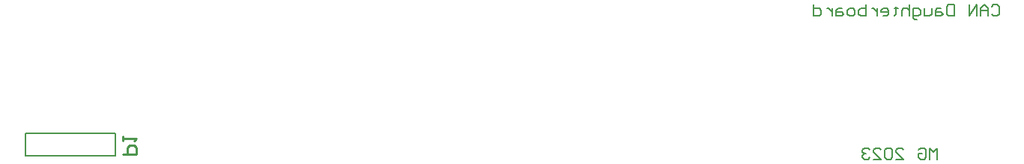
<source format=gbr>
%TF.GenerationSoftware,Altium Limited,Altium Designer,24.0.1 (36)*%
G04 Layer_Color=32896*
%FSLAX45Y45*%
%MOMM*%
%TF.SameCoordinates,9BE18756-9D8A-4005-A41C-0EF74CF4EEEB*%
%TF.FilePolarity,Positive*%
%TF.FileFunction,Legend,Bot*%
%TF.Part,Single*%
G01*
G75*
%TA.AperFunction,NonConductor*%
%ADD18C,0.20000*%
%ADD19C,0.25400*%
D18*
X4189000Y2673000D02*
Y2927000D01*
X3173000D02*
X4189000D01*
X3173000Y2673000D02*
X4189000D01*
X3173000D02*
Y2927000D01*
X14095361Y4363480D02*
X14116521Y4384639D01*
X14158839D01*
X14180000Y4363480D01*
Y4278840D01*
X14158839Y4257681D01*
X14116521D01*
X14095361Y4278840D01*
X14053041Y4257681D02*
Y4342320D01*
X14010722Y4384639D01*
X13968402Y4342320D01*
Y4257681D01*
Y4321160D01*
X14053041D01*
X13926082Y4257681D02*
Y4384639D01*
X13841443Y4257681D01*
Y4384639D01*
X13672165D02*
Y4257681D01*
X13608685D01*
X13587524Y4278840D01*
Y4363480D01*
X13608685Y4384639D01*
X13672165D01*
X13524046Y4342320D02*
X13481726D01*
X13460567Y4321160D01*
Y4257681D01*
X13524046D01*
X13545206Y4278840D01*
X13524046Y4300000D01*
X13460567D01*
X13418246Y4342320D02*
Y4278840D01*
X13397087Y4257681D01*
X13333607D01*
Y4342320D01*
X13248969Y4215361D02*
X13227809D01*
X13206648Y4236521D01*
Y4342320D01*
X13270128D01*
X13291289Y4321160D01*
Y4278840D01*
X13270128Y4257681D01*
X13206648D01*
X13164330Y4384639D02*
Y4257681D01*
Y4321160D01*
X13143170Y4342320D01*
X13100850D01*
X13079691Y4321160D01*
Y4257681D01*
X13016211Y4363480D02*
Y4342320D01*
X13037370D01*
X12995052D01*
X13016211D01*
Y4278840D01*
X12995052Y4257681D01*
X12868092D02*
X12910413D01*
X12931570Y4278840D01*
Y4321160D01*
X12910413Y4342320D01*
X12868092D01*
X12846931Y4321160D01*
Y4300000D01*
X12931570D01*
X12804613Y4342320D02*
Y4257681D01*
Y4300000D01*
X12783453Y4321160D01*
X12762293Y4342320D01*
X12741133D01*
X12677654Y4384639D02*
Y4257681D01*
X12614174D01*
X12593014Y4278840D01*
Y4300000D01*
Y4321160D01*
X12614174Y4342320D01*
X12677654D01*
X12529535Y4257681D02*
X12487215D01*
X12466055Y4278840D01*
Y4321160D01*
X12487215Y4342320D01*
X12529535D01*
X12550695Y4321160D01*
Y4278840D01*
X12529535Y4257681D01*
X12402576Y4342320D02*
X12360256D01*
X12339096Y4321160D01*
Y4257681D01*
X12402576D01*
X12423736Y4278840D01*
X12402576Y4300000D01*
X12339096D01*
X12296777Y4342320D02*
Y4257681D01*
Y4300000D01*
X12275617Y4321160D01*
X12254457Y4342320D01*
X12233298D01*
X12085179Y4384639D02*
Y4257681D01*
X12148658D01*
X12169818Y4278840D01*
Y4321160D01*
X12148658Y4342320D01*
X12085179D01*
X13480000Y2636521D02*
Y2763479D01*
X13437680Y2721160D01*
X13395361Y2763479D01*
Y2636521D01*
X13268402Y2742320D02*
X13289561Y2763479D01*
X13331882D01*
X13353041Y2742320D01*
Y2657680D01*
X13331882Y2636521D01*
X13289561D01*
X13268402Y2657680D01*
Y2700000D01*
X13310721D01*
X13014484Y2636521D02*
X13099123D01*
X13014484Y2721160D01*
Y2742320D01*
X13035645Y2763479D01*
X13077963D01*
X13099123Y2742320D01*
X12972165D02*
X12951006Y2763479D01*
X12908685D01*
X12887524Y2742320D01*
Y2657680D01*
X12908685Y2636521D01*
X12951006D01*
X12972165Y2657680D01*
Y2742320D01*
X12760566Y2636521D02*
X12845206D01*
X12760566Y2721160D01*
Y2742320D01*
X12781726Y2763479D01*
X12824046D01*
X12845206Y2742320D01*
X12718247D02*
X12697087Y2763479D01*
X12654767D01*
X12633607Y2742320D01*
Y2721160D01*
X12654767Y2700000D01*
X12675927D01*
X12654767D01*
X12633607Y2678840D01*
Y2657680D01*
X12654767Y2636521D01*
X12697087D01*
X12718247Y2657680D01*
D19*
X4274090Y2689510D02*
X4426441D01*
Y2765685D01*
X4401049Y2791077D01*
X4350265D01*
X4324873Y2765685D01*
Y2689510D01*
X4274090Y2841861D02*
Y2892644D01*
Y2867253D01*
X4426441D01*
X4401049Y2841861D01*
%TF.MD5,ba669e2156fbd5127144e6dd3ceb088c*%
M02*

</source>
